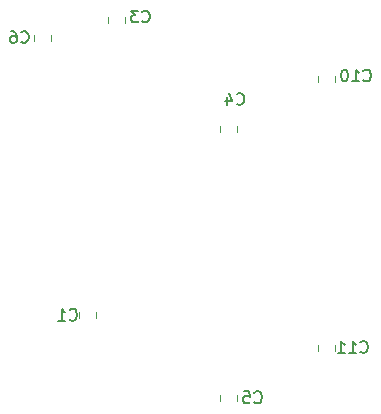
<source format=gbr>
G04 #@! TF.GenerationSoftware,KiCad,Pcbnew,5.1.5*
G04 #@! TF.CreationDate,2020-04-11T18:36:45+02:00*
G04 #@! TF.ProjectId,h_bridge,685f6272-6964-4676-952e-6b696361645f,rev?*
G04 #@! TF.SameCoordinates,Original*
G04 #@! TF.FileFunction,Legend,Bot*
G04 #@! TF.FilePolarity,Positive*
%FSLAX46Y46*%
G04 Gerber Fmt 4.6, Leading zero omitted, Abs format (unit mm)*
G04 Created by KiCad (PCBNEW 5.1.5) date 2020-04-11 18:36:45*
%MOMM*%
%LPD*%
G04 APERTURE LIST*
%ADD10C,0.120000*%
%ADD11C,0.150000*%
G04 APERTURE END LIST*
D10*
X120710000Y-113241422D02*
X120710000Y-113758578D01*
X119290000Y-113241422D02*
X119290000Y-113758578D01*
X125540000Y-111741422D02*
X125540000Y-112258578D01*
X126960000Y-111741422D02*
X126960000Y-112258578D01*
X124460000Y-136741422D02*
X124460000Y-137258578D01*
X123040000Y-136741422D02*
X123040000Y-137258578D01*
X136460000Y-121508578D02*
X136460000Y-120991422D01*
X135040000Y-121508578D02*
X135040000Y-120991422D01*
X136460000Y-144258578D02*
X136460000Y-143741422D01*
X135040000Y-144258578D02*
X135040000Y-143741422D01*
X144710000Y-116741422D02*
X144710000Y-117258578D01*
X143290000Y-116741422D02*
X143290000Y-117258578D01*
X144710000Y-139491422D02*
X144710000Y-140008578D01*
X143290000Y-139491422D02*
X143290000Y-140008578D01*
D11*
X118166666Y-113857142D02*
X118214285Y-113904761D01*
X118357142Y-113952380D01*
X118452380Y-113952380D01*
X118595238Y-113904761D01*
X118690476Y-113809523D01*
X118738095Y-113714285D01*
X118785714Y-113523809D01*
X118785714Y-113380952D01*
X118738095Y-113190476D01*
X118690476Y-113095238D01*
X118595238Y-113000000D01*
X118452380Y-112952380D01*
X118357142Y-112952380D01*
X118214285Y-113000000D01*
X118166666Y-113047619D01*
X117309523Y-112952380D02*
X117500000Y-112952380D01*
X117595238Y-113000000D01*
X117642857Y-113047619D01*
X117738095Y-113190476D01*
X117785714Y-113380952D01*
X117785714Y-113761904D01*
X117738095Y-113857142D01*
X117690476Y-113904761D01*
X117595238Y-113952380D01*
X117404761Y-113952380D01*
X117309523Y-113904761D01*
X117261904Y-113857142D01*
X117214285Y-113761904D01*
X117214285Y-113523809D01*
X117261904Y-113428571D01*
X117309523Y-113380952D01*
X117404761Y-113333333D01*
X117595238Y-113333333D01*
X117690476Y-113380952D01*
X117738095Y-113428571D01*
X117785714Y-113523809D01*
X128416666Y-112107142D02*
X128464285Y-112154761D01*
X128607142Y-112202380D01*
X128702380Y-112202380D01*
X128845238Y-112154761D01*
X128940476Y-112059523D01*
X128988095Y-111964285D01*
X129035714Y-111773809D01*
X129035714Y-111630952D01*
X128988095Y-111440476D01*
X128940476Y-111345238D01*
X128845238Y-111250000D01*
X128702380Y-111202380D01*
X128607142Y-111202380D01*
X128464285Y-111250000D01*
X128416666Y-111297619D01*
X128083333Y-111202380D02*
X127464285Y-111202380D01*
X127797619Y-111583333D01*
X127654761Y-111583333D01*
X127559523Y-111630952D01*
X127511904Y-111678571D01*
X127464285Y-111773809D01*
X127464285Y-112011904D01*
X127511904Y-112107142D01*
X127559523Y-112154761D01*
X127654761Y-112202380D01*
X127940476Y-112202380D01*
X128035714Y-112154761D01*
X128083333Y-112107142D01*
X122266666Y-137357142D02*
X122314285Y-137404761D01*
X122457142Y-137452380D01*
X122552380Y-137452380D01*
X122695238Y-137404761D01*
X122790476Y-137309523D01*
X122838095Y-137214285D01*
X122885714Y-137023809D01*
X122885714Y-136880952D01*
X122838095Y-136690476D01*
X122790476Y-136595238D01*
X122695238Y-136500000D01*
X122552380Y-136452380D01*
X122457142Y-136452380D01*
X122314285Y-136500000D01*
X122266666Y-136547619D01*
X121314285Y-137452380D02*
X121885714Y-137452380D01*
X121600000Y-137452380D02*
X121600000Y-136452380D01*
X121695238Y-136595238D01*
X121790476Y-136690476D01*
X121885714Y-136738095D01*
X136416666Y-119107142D02*
X136464285Y-119154761D01*
X136607142Y-119202380D01*
X136702380Y-119202380D01*
X136845238Y-119154761D01*
X136940476Y-119059523D01*
X136988095Y-118964285D01*
X137035714Y-118773809D01*
X137035714Y-118630952D01*
X136988095Y-118440476D01*
X136940476Y-118345238D01*
X136845238Y-118250000D01*
X136702380Y-118202380D01*
X136607142Y-118202380D01*
X136464285Y-118250000D01*
X136416666Y-118297619D01*
X135559523Y-118535714D02*
X135559523Y-119202380D01*
X135797619Y-118154761D02*
X136035714Y-118869047D01*
X135416666Y-118869047D01*
X137916666Y-144357142D02*
X137964285Y-144404761D01*
X138107142Y-144452380D01*
X138202380Y-144452380D01*
X138345238Y-144404761D01*
X138440476Y-144309523D01*
X138488095Y-144214285D01*
X138535714Y-144023809D01*
X138535714Y-143880952D01*
X138488095Y-143690476D01*
X138440476Y-143595238D01*
X138345238Y-143500000D01*
X138202380Y-143452380D01*
X138107142Y-143452380D01*
X137964285Y-143500000D01*
X137916666Y-143547619D01*
X137011904Y-143452380D02*
X137488095Y-143452380D01*
X137535714Y-143928571D01*
X137488095Y-143880952D01*
X137392857Y-143833333D01*
X137154761Y-143833333D01*
X137059523Y-143880952D01*
X137011904Y-143928571D01*
X136964285Y-144023809D01*
X136964285Y-144261904D01*
X137011904Y-144357142D01*
X137059523Y-144404761D01*
X137154761Y-144452380D01*
X137392857Y-144452380D01*
X137488095Y-144404761D01*
X137535714Y-144357142D01*
X147142857Y-117107142D02*
X147190476Y-117154761D01*
X147333333Y-117202380D01*
X147428571Y-117202380D01*
X147571428Y-117154761D01*
X147666666Y-117059523D01*
X147714285Y-116964285D01*
X147761904Y-116773809D01*
X147761904Y-116630952D01*
X147714285Y-116440476D01*
X147666666Y-116345238D01*
X147571428Y-116250000D01*
X147428571Y-116202380D01*
X147333333Y-116202380D01*
X147190476Y-116250000D01*
X147142857Y-116297619D01*
X146190476Y-117202380D02*
X146761904Y-117202380D01*
X146476190Y-117202380D02*
X146476190Y-116202380D01*
X146571428Y-116345238D01*
X146666666Y-116440476D01*
X146761904Y-116488095D01*
X145571428Y-116202380D02*
X145476190Y-116202380D01*
X145380952Y-116250000D01*
X145333333Y-116297619D01*
X145285714Y-116392857D01*
X145238095Y-116583333D01*
X145238095Y-116821428D01*
X145285714Y-117011904D01*
X145333333Y-117107142D01*
X145380952Y-117154761D01*
X145476190Y-117202380D01*
X145571428Y-117202380D01*
X145666666Y-117154761D01*
X145714285Y-117107142D01*
X145761904Y-117011904D01*
X145809523Y-116821428D01*
X145809523Y-116583333D01*
X145761904Y-116392857D01*
X145714285Y-116297619D01*
X145666666Y-116250000D01*
X145571428Y-116202380D01*
X146892857Y-140107142D02*
X146940476Y-140154761D01*
X147083333Y-140202380D01*
X147178571Y-140202380D01*
X147321428Y-140154761D01*
X147416666Y-140059523D01*
X147464285Y-139964285D01*
X147511904Y-139773809D01*
X147511904Y-139630952D01*
X147464285Y-139440476D01*
X147416666Y-139345238D01*
X147321428Y-139250000D01*
X147178571Y-139202380D01*
X147083333Y-139202380D01*
X146940476Y-139250000D01*
X146892857Y-139297619D01*
X145940476Y-140202380D02*
X146511904Y-140202380D01*
X146226190Y-140202380D02*
X146226190Y-139202380D01*
X146321428Y-139345238D01*
X146416666Y-139440476D01*
X146511904Y-139488095D01*
X144988095Y-140202380D02*
X145559523Y-140202380D01*
X145273809Y-140202380D02*
X145273809Y-139202380D01*
X145369047Y-139345238D01*
X145464285Y-139440476D01*
X145559523Y-139488095D01*
M02*

</source>
